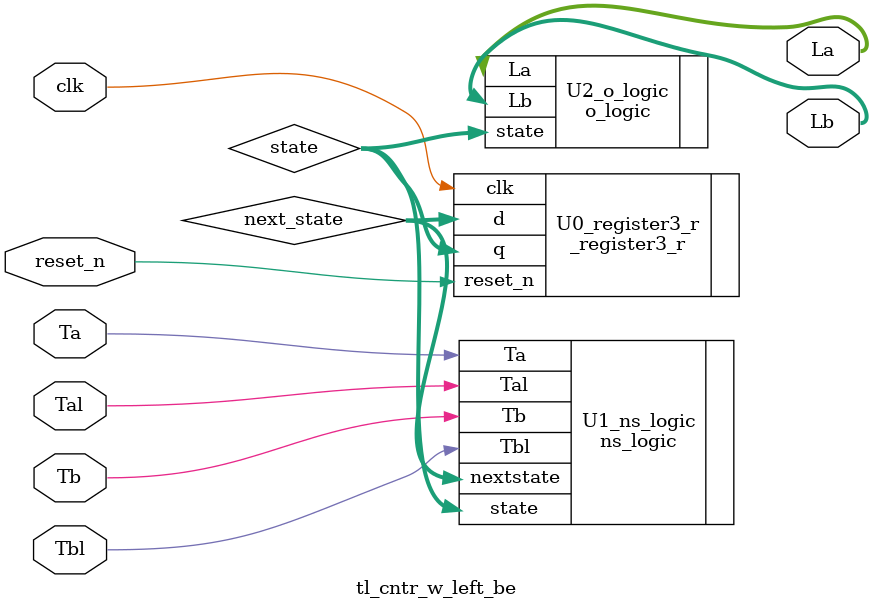
<source format=v>
module tl_cntr_w_left_be(clk, reset_n, Ta, Tb, Tal, Tbl, La, Lb);
	input clk, reset_n, Ta, Tb, Tal, Tbl;		// 6 inputs
	output [1:0] La, Lb;								// 2 bits 2 output

	wire	[2:0]	next_state;					// 3bits wire
	wire	[2:0]	state;						// 3bits wire

	_register3_r U0_register3_r(.clk(clk), .reset_n(reset_n), .d(next_state), .q(state));						//instance by using _register3_r,ns_logic and o_logic
	ns_logic U1_ns_logic(.Ta(Ta), .Tb(Tb), .Tal(Tal), .Tbl(Tbl), .state(state), .nextstate(next_state));
	o_logic U2_o_logic(.state(state), .La(La), .Lb(Lb));

endmodule

</source>
